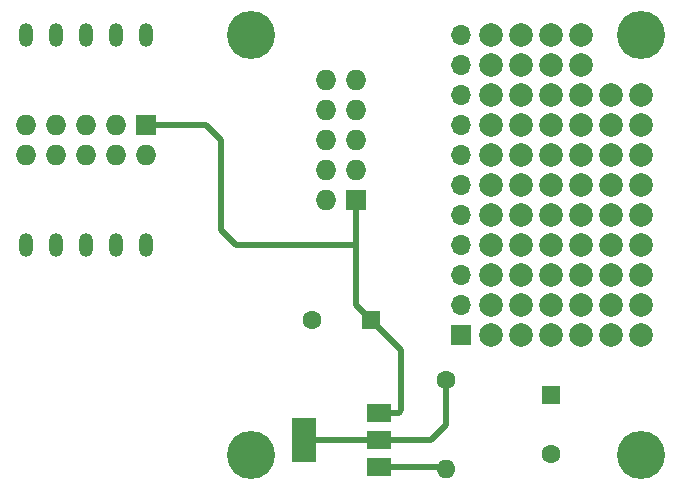
<source format=gtl>
G04 #@! TF.FileFunction,Copper,L1,Top,Signal*
%FSLAX46Y46*%
G04 Gerber Fmt 4.6, Leading zero omitted, Abs format (unit mm)*
G04 Created by KiCad (PCBNEW 4.0.7-e0-6372~58~ubuntu16.10.1) date Fri Jul 21 11:45:41 2017*
%MOMM*%
%LPD*%
G01*
G04 APERTURE LIST*
%ADD10C,0.100000*%
%ADD11C,4.064000*%
%ADD12C,1.998980*%
%ADD13C,1.600000*%
%ADD14O,1.600000X1.600000*%
%ADD15R,1.727200X1.727200*%
%ADD16O,1.727200X1.727200*%
%ADD17O,1.200000X2.000000*%
%ADD18R,1.700000X1.700000*%
%ADD19O,1.700000X1.700000*%
%ADD20R,2.000000X3.800000*%
%ADD21R,2.000000X1.500000*%
%ADD22R,1.600000X1.600000*%
%ADD23C,0.500000*%
G04 APERTURE END LIST*
D10*
D11*
X170180000Y-118110000D03*
X170180000Y-82550000D03*
X203200000Y-82550000D03*
D12*
X203200000Y-107950000D03*
X200660000Y-107950000D03*
X198120000Y-107950000D03*
X195580000Y-107950000D03*
X193040000Y-107950000D03*
X190500000Y-107950000D03*
X203200000Y-105410000D03*
X200660000Y-105410000D03*
X198120000Y-105410000D03*
X195580000Y-105410000D03*
X193040000Y-105410000D03*
X190500000Y-105410000D03*
X203200000Y-102870000D03*
X200660000Y-102870000D03*
X198120000Y-102870000D03*
X195580000Y-102870000D03*
X193040000Y-102870000D03*
X190500000Y-102870000D03*
X203200000Y-100330000D03*
X200660000Y-100330000D03*
X198120000Y-100330000D03*
X195580000Y-100330000D03*
X193040000Y-100330000D03*
X190500000Y-100330000D03*
X203200000Y-97790000D03*
X200660000Y-97790000D03*
X198120000Y-97790000D03*
X195580000Y-97790000D03*
X193040000Y-97790000D03*
X190500000Y-97790000D03*
X203200000Y-95250000D03*
X200660000Y-95250000D03*
X198120000Y-95250000D03*
X195580000Y-95250000D03*
X193040000Y-95250000D03*
X190500000Y-95250000D03*
X203200000Y-92710000D03*
X200660000Y-92710000D03*
X198120000Y-92710000D03*
X195580000Y-92710000D03*
X193040000Y-92710000D03*
X190500000Y-92710000D03*
X203200000Y-90170000D03*
X200660000Y-90170000D03*
X198120000Y-90170000D03*
X195580000Y-90170000D03*
X193040000Y-90170000D03*
X190500000Y-90170000D03*
X203200000Y-87630000D03*
X200660000Y-87630000D03*
X198120000Y-87630000D03*
X195580000Y-87630000D03*
X193040000Y-87630000D03*
X190500000Y-87630000D03*
X198120000Y-85090000D03*
X195580000Y-85090000D03*
X193040000Y-85090000D03*
X190500000Y-85090000D03*
X198120000Y-82550000D03*
X195580000Y-82550000D03*
X193040000Y-82550000D03*
D13*
X186690000Y-111760000D03*
D14*
X186690000Y-119260000D03*
D15*
X179070000Y-96520000D03*
D16*
X176530000Y-96520000D03*
X179070000Y-93980000D03*
X176530000Y-93980000D03*
X179070000Y-91440000D03*
X176530000Y-91440000D03*
X179070000Y-88900000D03*
X176530000Y-88900000D03*
X179070000Y-86360000D03*
X176530000Y-86360000D03*
D17*
X161290000Y-100330000D03*
X161290000Y-82550000D03*
X158750000Y-100330000D03*
X158750000Y-82550000D03*
X156210000Y-100330000D03*
X156210000Y-82550000D03*
X153670000Y-100330000D03*
X153670000Y-82550000D03*
X151130000Y-100330000D03*
X151130000Y-82550000D03*
D15*
X161290000Y-90170000D03*
D16*
X161290000Y-92710000D03*
X158750000Y-90170000D03*
X158750000Y-92710000D03*
X156210000Y-90170000D03*
X156210000Y-92710000D03*
X153670000Y-90170000D03*
X153670000Y-92710000D03*
X151130000Y-90170000D03*
X151130000Y-92710000D03*
D18*
X187960000Y-107950000D03*
D19*
X187960000Y-105410000D03*
X187960000Y-102870000D03*
X187960000Y-100330000D03*
X187960000Y-97790000D03*
X187960000Y-95250000D03*
X187960000Y-92710000D03*
X187960000Y-90170000D03*
X187960000Y-87630000D03*
X187960000Y-85090000D03*
X187960000Y-82550000D03*
D20*
X174650000Y-116840000D03*
D21*
X180950000Y-116840000D03*
X180950000Y-114540000D03*
X180950000Y-119140000D03*
D22*
X180340000Y-106680000D03*
D13*
X175340000Y-106680000D03*
D22*
X195580000Y-113030000D03*
D13*
X195580000Y-118030000D03*
D12*
X190500000Y-82550000D03*
D11*
X203200000Y-118110000D03*
D23*
X174650000Y-116840000D02*
X180950000Y-116840000D01*
X180950000Y-116840000D02*
X185420000Y-116840000D01*
X186690000Y-115570000D02*
X186690000Y-111760000D01*
X185420000Y-116840000D02*
X186690000Y-115570000D01*
X180950000Y-119140000D02*
X186570000Y-119140000D01*
X186570000Y-119140000D02*
X186690000Y-119260000D01*
X172720000Y-100330000D02*
X168910000Y-100330000D01*
X166370000Y-90170000D02*
X167640000Y-91440000D01*
X167640000Y-91440000D02*
X167640000Y-99060000D01*
X167640000Y-99060000D02*
X168910000Y-100330000D01*
X166370000Y-90170000D02*
X161290000Y-90170000D01*
X171450000Y-100330000D02*
X172720000Y-100330000D01*
X172720000Y-100330000D02*
X179070000Y-100330000D01*
X180340000Y-106680000D02*
X179070000Y-105410000D01*
X179070000Y-105410000D02*
X179070000Y-100330000D01*
X179070000Y-100330000D02*
X179070000Y-96520000D01*
X180950000Y-114540000D02*
X182640000Y-114540000D01*
X182880000Y-109220000D02*
X180340000Y-106680000D01*
X182880000Y-114300000D02*
X182880000Y-109220000D01*
X182640000Y-114540000D02*
X182880000Y-114300000D01*
M02*

</source>
